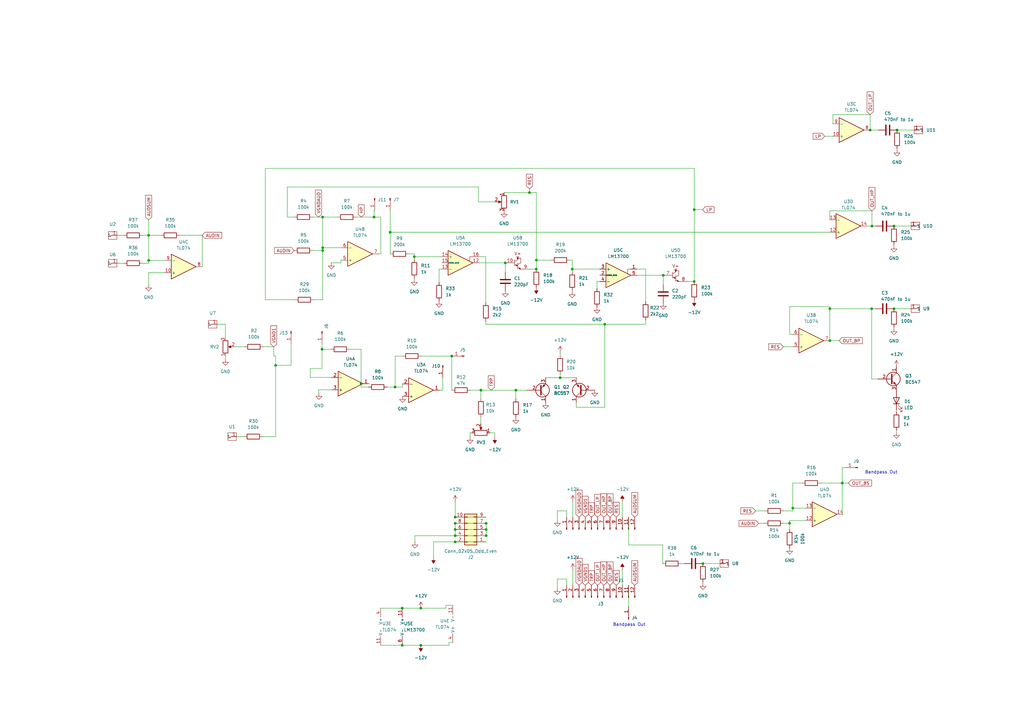
<source format=kicad_sch>
(kicad_sch (version 20250114) (generator "eeschema") (generator_version "9.0")
  (paper "A3")
  (title_block (title "VCF2 by github.com/Fihdi"))
  (lib_symbols
    (symbol "Amplifier_Operational:LM13700" (pin_names (offset 0.127))
      (property "Reference" "U" (at 3.81 5.08 0))
      (property "Value" "LM13700" (at 5.08 -5.08 0))
      (symbol "LM13700_1_1"
        (pin input line (at -7.62 2.54 0) (length 2.54) (name "-") (number "13"))
        (pin input line (at -7.62 0 0) (length 2.54) (name "DIODE_BIAS") (number "15"))
        (pin input line (at -7.62 -2.54 0) (length 2.54) (name "+") (number "14"))
        (pin output line (at 7.62 0 180) (length 2.54) (name "~") (number "12"))
        (pin input line (at 7.62 -2.54 180) (length 2.54) (name "~") (number "16"))
      )
      (symbol "LM13700_2_1"
        (text "V+" (at -2.54 3.81 0) (effects (font (size 1.27 1.27))))
        (pin input line (at -7.62 0 0) (length 3.81) (name "~") (number "10"))
        (pin output line (at 2.54 -2.54 180) (length 3.81) (name "~") (number "9"))
      )
      (symbol "LM13700_3_1"
        (pin input line (at -7.62 2.54 0) (length 2.54) (name "-") (number "4"))
        (pin input line (at -7.62 0 0) (length 2.54) (name "DIODE_BIAS") (number "2"))
        (pin input line (at -7.62 -2.54 0) (length 2.54) (name "+") (number "3"))
        (pin output line (at 7.62 0 180) (length 2.54) (name "~") (number "5"))
        (pin input line (at 7.62 -2.54 180) (length 2.54) (name "~") (number "1"))
      )
      (symbol "LM13700_4_0"
        (text "V+" (at -2.54 3.81 0) (effects (font (size 1.27 1.27))))
      )
      (symbol "LM13700_4_1"
        (pin input line (at -7.62 0 0) (length 3.81) (name "~") (number "7"))
        (pin output line (at 2.54 -2.54 180) (length 3.81) (name "~") (number "8"))
      )
      (symbol "LM13700_5_1"
        (pin power_in line (at -2.54 7.62 270) (length 3.81) (name "V+") (number "11"))
        (pin power_in line (at -2.54 -7.62 90) (length 3.81) (name "V-") (number "6"))
      )
    )
    (symbol "Amplifier_Operational:TL074" (pin_names (offset 0.127))
      (property "Reference" "U" (at 0 5.08 0))
      (property "Value" "TL074" (at 0 -5.08 0))
      (symbol "TL074_1_1"
        (pin input line (at -7.62 2.54 0) (length 2.54) (name "+") (number "3"))
        (pin input line (at -7.62 -2.54 0) (length 2.54) (name "-") (number "2"))
        (pin output line (at 7.62 0 180) (length 2.54) (name "~") (number "1"))
      )
      (symbol "TL074_2_1"
        (pin input line (at -7.62 2.54 0) (length 2.54) (name "+") (number "5"))
        (pin input line (at -7.62 -2.54 0) (length 2.54) (name "-") (number "6"))
        (pin output line (at 7.62 0 180) (length 2.54) (name "~") (number "7"))
      )
      (symbol "TL074_3_1"
        (pin input line (at -7.62 2.54 0) (length 2.54) (name "+") (number "10"))
        (pin input line (at -7.62 -2.54 0) (length 2.54) (name "-") (number "9"))
        (pin output line (at 7.62 0 180) (length 2.54) (name "~") (number "8"))
      )
      (symbol "TL074_4_1"
        (pin input line (at -7.62 2.54 0) (length 2.54) (name "+") (number "12"))
        (pin input line (at -7.62 -2.54 0) (length 2.54) (name "-") (number "13"))
        (pin output line (at 7.62 0 180) (length 2.54) (name "~") (number "14"))
      )
      (symbol "TL074_5_1"
        (pin power_in line (at -2.54 7.62 270) (length 3.81) (name "V+") (number "4"))
        (pin power_in line (at -2.54 -7.62 90) (length 3.81) (name "V-") (number "11"))
      )
    )
    (symbol "Connector:Conn_01x01_Pin" (pin_names (offset 1.016) (hide yes))
      (property "Reference" "J" (at 0 2.54 0))
      (property "Value" "Conn_01x01_Pin" (at 0 -2.54 0))
      (symbol "Conn_01x01_Pin_1_1"
        (pin passive line (at 5.08 0 180) (length 3.81) (name "Pin_1") (number "1"))
      )
    )
    (symbol "Connector:Conn_01x12_Pin" (pin_names (offset 1.016) (hide yes))
      (property "Reference" "J" (at 0 15.24 0))
      (property "Value" "Conn_01x12_Pin" (at 0 -17.78 0))
      (symbol "Conn_01x12_Pin_1_1"
        (pin passive line (at 5.08 12.7 180) (length 3.81) (name "Pin_1") (number "1"))
        (pin passive line (at 5.08 10.16 180) (length 3.81) (name "Pin_2") (number "2"))
        (pin passive line (at 5.08 7.62 180) (length 3.81) (name "Pin_3") (number "3"))
        (pin passive line (at 5.08 5.08 180) (length 3.81) (name "Pin_4") (number "4"))
        (pin passive line (at 5.08 2.54 180) (length 3.81) (name "Pin_5") (number "5"))
        (pin passive line (at 5.08 0 180) (length 3.81) (name "Pin_6") (number "6"))
        (pin passive line (at 5.08 -2.54 180) (length 3.81) (name "Pin_7") (number "7"))
        (pin passive line (at 5.08 -5.08 180) (length 3.81) (name "Pin_8") (number "8"))
        (pin passive line (at 5.08 -7.62 180) (length 3.81) (name "Pin_9") (number "9"))
        (pin passive line (at 5.08 -10.16 180) (length 3.81) (name "Pin_10") (number "10"))
        (pin passive line (at 5.08 -12.7 180) (length 3.81) (name "Pin_11") (number "11"))
        (pin passive line (at 5.08 -15.24 180) (length 3.81) (name "Pin_12") (number "12"))
      )
    )
    (symbol "Connector_Generic:Conn_02x05_Odd_Even" (pin_names (offset 1.016) (hide yes))
      (property "Reference" "J" (at 1.27 7.62 0))
      (property "Value" "Conn_02x05_Odd_Even" (at 1.27 -7.62 0))
      (symbol "Conn_02x05_Odd_Even_1_1"
        (pin passive line (at -5.08 5.08 0) (length 3.81) (name "Pin_1") (number "1"))
        (pin passive line (at -5.08 2.54 0) (length 3.81) (name "Pin_3") (number "3"))
        (pin passive line (at -5.08 0 0) (length 3.81) (name "Pin_5") (number "5"))
        (pin passive line (at -5.08 -2.54 0) (length 3.81) (name "Pin_7") (number "7"))
        (pin passive line (at -5.08 -5.08 0) (length 3.81) (name "Pin_9") (number "9"))
        (pin passive line (at 7.62 5.08 180) (length 3.81) (name "Pin_2") (number "2"))
        (pin passive line (at 7.62 2.54 180) (length 3.81) (name "Pin_4") (number "4"))
        (pin passive line (at 7.62 0 180) (length 3.81) (name "Pin_6") (number "6"))
        (pin passive line (at 7.62 -2.54 180) (length 3.81) (name "Pin_8") (number "8"))
        (pin passive line (at 7.62 -5.08 180) (length 3.81) (name "Pin_10") (number "10"))
      )
    )
    (symbol "Device:C" (pin_numbers (hide yes)) (pin_names (offset 0.254))
      (property "Reference" "C" (at 0.635 2.54 0))
      (property "Value" "C" (at 0.635 -2.54 0))
      (symbol "C_1_1"
        (pin passive line (at 0 3.81 270) (length 2.794) (name "~") (number "1"))
        (pin passive line (at 0 -3.81 90) (length 2.794) (name "~") (number "2"))
      )
    )
    (symbol "Device:LED" (pin_numbers (hide yes)) (pin_names (offset 1.016) (hide yes))
      (property "Reference" "D" (at 0 2.54 0))
      (property "Value" "LED" (at 0 -2.54 0))
      (symbol "LED_1_1"
        (pin passive line (at -3.81 0 0) (length 2.54) (name "K") (number "1"))
        (pin passive line (at 3.81 0 180) (length 2.54) (name "A") (number "2"))
      )
    )
    (symbol "Device:R" (pin_numbers (hide yes)) (pin_names (offset 0))
      (property "Reference" "R" (at 2.032 0 90))
      (property "Value" "R" (at 0 0 90))
      (symbol "R_1_1"
        (pin passive line (at 0 3.81 270) (length 1.27) (name "~") (number "1"))
        (pin passive line (at 0 -3.81 90) (length 1.27) (name "~") (number "2"))
      )
    )
    (symbol "Device:R_Potentiometer" (pin_names (offset 1.016) (hide yes))
      (property "Reference" "RV" (at -4.445 0 90))
      (property "Value" "R_Potentiometer" (at -2.54 0 90))
      (symbol "R_Potentiometer_1_1"
        (pin passive line (at 0 3.81 270) (length 1.27) (name "1") (number "1"))
        (pin passive line (at 0 -3.81 90) (length 1.27) (name "3") (number "3"))
        (pin passive line (at 3.81 0 180) (length 1.27) (name "2") (number "2"))
      )
    )
    (symbol "HEJ:Aux_flush"
      (property "Reference" "U" (at -0.0508 5.3848 0))
      (symbol "Aux_flush_1_1"
        (pin bidirectional line (at 1.7272 0 180) (length 2) (name "1") (number "1"))
      )
    )
    (symbol "Transistor_BJT:BC547" (pin_names (offset 0) (hide yes))
      (property "Reference" "Q" (at 5.08 1.905 0))
      (property "Value" "BC547" (at 5.08 0 0))
      (symbol "BC547_1_1"
        (pin input line (at -5.08 0 0) (length 5.08) (name "B") (number "2"))
        (pin passive line (at 2.54 5.08 270) (length 2.54) (name "C") (number "1"))
        (pin passive line (at 2.54 -5.08 90) (length 2.54) (name "E") (number "3"))
      )
    )
    (symbol "Transistor_BJT:BC557" (pin_names (offset 0) (hide yes))
      (property "Reference" "Q" (at 5.08 1.905 0))
      (property "Value" "BC557" (at 5.08 0 0))
      (symbol "BC557_1_1"
        (pin input line (at -5.08 0 0) (length 5.715) (name "B") (number "2"))
        (pin passive line (at 2.54 5.08 270) (length 2.54) (name "C") (number "1"))
        (pin passive line (at 2.54 -5.08 90) (length 2.54) (name "E") (number "3"))
      )
    )
    (symbol "power:+12V" (power) (pin_names (offset 0))
      (property "Value" "+12V" (at 0 3.556 0))
      (symbol "+12V_1_1"
        (pin power_in line (at 0 0 90) (length 0) (hide yes) (name "+12V") (number "1"))
      )
    )
    (symbol "power:-12V" (power) (pin_names (offset 0))
      (property "Value" "-12V" (at 0 3.81 0))
      (symbol "-12V_0_0"
        (pin power_in line (at 0 0 90) (length 0) (hide yes) (name "-12V") (number "1"))
      )
    )
    (symbol "power:GND" (power) (pin_names (offset 0))
      (property "Value" "GND" (at 0 -3.81 0))
      (symbol "GND_1_1"
        (pin power_in line (at 0 0 270) (length 0) (hide yes) (name "GND") (number "1"))
      )
    )
  )
  (text "Bandpass Out" (at 258.064 256.286 0) (effects (font (size 1.27 1.27))))
  (text "Bandpass Out" (at 361.442 193.802 0) (effects (font (size 1.27 1.27))))
  (junction (at 199.39 217.17))
  (junction (at 164.973 249.428))
  (junction (at 60.96 106.807))
  (junction (at 340.36 139.7))
  (junction (at 323.85 214.63))
  (junction (at 207.264 107.823))
  (junction (at 172.593 249.428))
  (junction (at 345.44 198.12))
  (junction (at 164.973 264.668))
  (junction (at 340.36 126.619))
  (junction (at 132.334 89.027))
  (junction (at 229.743 154.94))
  (junction (at 284.734 85.979))
  (junction (at 186.69 219.71))
  (junction (at 60.96 96.52))
  (junction (at 366.649 92.71))
  (junction (at 132.334 101.6))
  (junction (at 272.034 112.903))
  (junction (at 113.03 149.86))
  (junction (at 284.734 115.443))
  (junction (at 186.69 214.63))
  (junction (at 197.231 160.02))
  (junction (at 234.696 110.363))
  (junction (at 169.926 105.283))
  (junction (at 367.919 53.34))
  (junction (at 219.964 110.363))
  (junction (at 172.593 264.668))
  (junction (at 186.69 217.17))
  (junction (at 162.052 158.75))
  (junction (at 153.416 89.027))
  (junction (at 211.582 160.02))
  (junction (at 366.649 126.619))
  (junction (at 186.69 212.09))
  (junction (at 148.082 157.353))
  (junction (at 160.02 95.25))
  (junction (at 357.632 92.71))
  (junction (at 132.08 143.256))
  (junction (at 288.29 231.14))
  (junction (at 186.69 222.25))
  (junction (at 357.505 126.619))
  (junction (at 185.293 146.05))
  (junction (at 248.031 132.969))
  (junction (at 199.39 219.71))
  (junction (at 199.39 214.63))
  (junction (at 325.12 208.407))
  (junction (at 217.17 78.994))
  (junction (at 356.87 53.34))
  (junction (at 132.334 102.743))
  (junction (at 220.0004 106.68))
  (wire (pts (xy 340.36 139.7) (xy 344.17 139.7)))
  (wire (pts (xy 128.27 89.027) (xy 132.334 89.027)))
  (wire (pts (xy 82.931 96.52) (xy 73.66 96.52)))
  (wire (pts (xy 228.6 241.3) (xy 228.6 237.49)))
  (wire (pts (xy 340.36 126.619) (xy 357.505 126.619)))
  (wire (pts (xy 92.456 132.969) (xy 92.456 138.43)))
  (wire (pts (xy 185.674 248.285) (xy 182.88 248.285)))
  (wire (pts (xy 196.215 76.708) (xy 117.856 76.708)))
  (wire (pts (xy 217.17 78.994) (xy 220.0004 78.994)))
  (wire (pts (xy 340.36 90.17) (xy 340.36 86.487)))
  (wire (pts (xy 199.39 217.17) (xy 199.39 214.63)))
  (wire (pts (xy 323.85 213.487) (xy 323.85 214.63)))
  (wire (pts (xy 127.254 154.813) (xy 136.144 154.813)))
  (wire (pts (xy 233.68 106.68) (xy 234.696 106.68)))
  (wire (pts (xy 236.347 165.1) (xy 236.347 167.005)))
  (wire (pts (xy 169.926 104.14) (xy 169.926 105.283)))
  (wire (pts (xy 220.0004 106.68) (xy 220.0004 78.994)))
  (wire (pts (xy 234.696 110.363) (xy 245.999 110.363)))
  (wire (pts (xy 199.39 217.17) (xy 186.69 217.17)))
  (wire (pts (xy 261.239 112.903) (xy 272.034 112.903)))
  (wire (pts (xy 146.05 89.027) (xy 153.416 89.027)))
  (wire (pts (xy 366.649 100.33) (xy 366.649 100.838)))
  (wire (pts (xy 196.469 105.283) (xy 199.263 105.283)))
  (wire (pts (xy 257.81 223.52) (xy 271.78 223.52)))
  (wire (pts (xy 345.44 198.12) (xy 345.44 210.947)))
  (wire (pts (xy 340.36 126.619) (xy 340.36 139.7)))
  (wire (pts (xy 228.6 209.55) (xy 232.41 209.55)))
  (wire (pts (xy 217.17 77.47) (xy 217.17 78.994)))
  (wire (pts (xy 139.827 107.823) (xy 135.89 107.823)))
  (wire (pts (xy 58.42 107.95) (xy 60.96 107.95)))
  (wire (pts (xy 345.44 210.947) (xy 345.821 210.947)))
  (wire (pts (xy 92.456 132.969) (xy 88.9762 132.969)))
  (wire (pts (xy 196.469 107.823) (xy 207.264 107.823)))
  (wire (pts (xy 220.0004 106.68) (xy 220.0004 110.363)))
  (wire (pts (xy 323.85 213.487) (xy 330.581 213.487)))
  (wire (pts (xy 356.87 53.34) (xy 360.299 53.34)))
  (wire (pts (xy 164.973 249.428) (xy 172.593 249.428)))
  (wire (pts (xy 323.85 125.73) (xy 340.36 125.73)))
  (wire (pts (xy 60.96 96.52) (xy 58.42 96.52)))
  (wire (pts (xy 367.665 177.292) (xy 367.665 176.5253)))
  (wire (pts (xy 357.632 92.71) (xy 359.029 92.71)))
  (wire (pts (xy 167.64 104.14) (xy 169.926 104.14)))
  (wire (pts (xy 244.856 118.364) (xy 244.856 115.443)))
  (wire (pts (xy 284.734 69.088) (xy 284.734 85.979)))
  (wire (pts (xy 217.424 110.363) (xy 219.964 110.363)))
  (wire (pts (xy 169.926 105.283) (xy 181.229 105.283)))
  (wire (pts (xy 248.031 132.969) (xy 248.031 167.005)))
  (wire (pts (xy 127.254 151.13) (xy 132.08 151.13)))
  (wire (pts (xy 47.9552 107.95) (xy 50.8 107.95)))
  (wire (pts (xy 192.786 177.546) (xy 193.421 177.546)))
  (wire (pts (xy 186.69 222.25) (xy 177.8 222.25)))
  (wire (pts (xy 248.031 132.969) (xy 264.795 132.969)))
  (wire (pts (xy 169.926 114.046) (xy 169.926 114.554)))
  (wire (pts (xy 184.15 264.668) (xy 172.593 264.668)))
  (wire (pts (xy 132.334 101.6) (xy 140.081 101.6)))
  (wire (pts (xy 357.505 155.448) (xy 360.045 155.448)))
  (wire (pts (xy 162.052 158.75) (xy 165.1 158.75)))
  (wire (pts (xy 257.81 240.03) (xy 257.81 248.92)))
  (wire (pts (xy 288.29 231.14) (xy 295.3258 231.14)))
  (wire (pts (xy 345.44 191.77) (xy 346.71 191.77)))
  (wire (pts (xy 156.083 249.428) (xy 164.973 249.428)))
  (wire (pts (xy 160.02 86.36) (xy 160.02 95.25)))
  (wire (pts (xy 325.12 208.407) (xy 325.12 198.12)))
  (wire (pts (xy 199.39 214.63) (xy 186.69 214.63)))
  (wire (pts (xy 257.81 212.09) (xy 257.81 223.52)))
  (wire (pts (xy 60.96 106.807) (xy 60.96 96.52)))
  (wire (pts (xy 127.254 154.813) (xy 127.254 151.13)))
  (wire (pts (xy 132.334 102.743) (xy 132.334 122.936)))
  (wire (pts (xy 148.082 157.353) (xy 148.082 143.256)))
  (wire (pts (xy 341.63 46.99) (xy 356.87 46.99)))
  (wire (pts (xy 130.683 159.893) (xy 130.683 161.29)))
  (wire (pts (xy 151.384 157.353) (xy 148.082 157.353)))
  (wire (pts (xy 160.02 95.25) (xy 340.36 95.25)))
  (wire (pts (xy 113.03 146.05) (xy 112.268 146.05)))
  (wire (pts (xy 323.85 137.16) (xy 323.85 125.73)))
  (wire (pts (xy 321.31 214.63) (xy 323.85 214.63)))
  (wire (pts (xy 169.926 105.283) (xy 169.926 106.426)))
  (wire (pts (xy 117.856 76.708) (xy 117.856 89.027)))
  (wire (pts (xy 108.839 69.088) (xy 284.734 69.088)))
  (wire (pts (xy 132.08 151.13) (xy 132.08 143.256)))
  (wire (pts (xy 264.795 123.698) (xy 264.795 110.363)))
  (wire (pts (xy 162.052 146.05) (xy 165.1 146.05)))
  (wire (pts (xy 232.41 209.55) (xy 232.41 212.09)))
  (wire (pts (xy 148.082 158.75) (xy 151.13 158.75)))
  (wire (pts (xy 132.08 140.97) (xy 132.08 143.256)))
  (wire (pts (xy 228.6 213.36) (xy 228.6 209.55)))
  (wire (pts (xy 132.334 89.027) (xy 138.43 89.027)))
  (wire (pts (xy 229.743 153.416) (xy 229.743 154.94)))
  (wire (pts (xy 367.919 60.96) (xy 367.919 61.468)))
  (wire (pts (xy 255.27 233.68) (xy 255.27 240.03)))
  (wire (pts (xy 284.734 85.979) (xy 284.734 115.443)))
  (wire (pts (xy 341.63 50.8) (xy 341.63 46.99)))
  (wire (pts (xy 180.34 160.02) (xy 181.61 160.02)))
  (wire (pts (xy 170.18 219.71) (xy 186.69 219.71)))
  (wire (pts (xy 128.27 102.743) (xy 132.334 102.743)))
  (wire (pts (xy 185.674 263.525) (xy 184.15 263.525)))
  (wire (pts (xy 366.649 134.239) (xy 366.649 134.747)))
  (wire (pts (xy 219.964 110.363) (xy 220.0004 110.363)))
  (wire (pts (xy 153.416 86.36) (xy 153.67 86.36)))
  (wire (pts (xy 60.96 96.52) (xy 66.04 96.52)))
  (wire (pts (xy 182.88 248.285) (xy 182.88 249.428)))
  (wire (pts (xy 165.1 158.75) (xy 165.1 157.48)))
  (wire (pts (xy 366.649 126.619) (xy 373.6848 126.619)))
  (wire (pts (xy 130.683 161.29) (xy 130.81 161.29)))
  (wire (pts (xy 356.87 46.99) (xy 356.87 53.34)))
  (wire (pts (xy 47.9552 96.52) (xy 50.8 96.52)))
  (wire (pts (xy 226.06 106.68) (xy 220.0004 106.68)))
  (wire (pts (xy 197.231 160.02) (xy 211.582 160.02)))
  (wire (pts (xy 234.95 233.68) (xy 234.95 240.03)))
  (wire (pts (xy 153.416 86.36) (xy 153.416 89.027)))
  (wire (pts (xy 96.266 142.24) (xy 100.33 142.24)))
  (wire (pts (xy 92.456 146.05) (xy 92.456 147.32)))
  (wire (pts (xy 199.263 105.283) (xy 199.263 124.079)))
  (wire (pts (xy 132.334 101.6) (xy 132.334 102.743)))
  (wire (pts (xy 148.082 143.256) (xy 143.383 143.256)))
  (wire (pts (xy 156.083 264.668) (xy 164.973 264.668)))
  (wire (pts (xy 309.88 209.55) (xy 313.69 209.55)))
  (wire (pts (xy 311.15 214.63) (xy 313.69 214.63)))
  (wire (pts (xy 234.696 119.126) (xy 234.696 119.634)))
  (wire (pts (xy 199.39 212.09) (xy 186.69 212.09)))
  (wire (pts (xy 184.15 263.525) (xy 184.15 264.668)))
  (wire (pts (xy 172.72 146.05) (xy 185.293 146.05)))
  (wire (pts (xy 234.696 110.363) (xy 234.696 111.506)))
  (wire (pts (xy 60.96 106.807) (xy 67.691 106.807)))
  (wire (pts (xy 229.743 154.94) (xy 236.347 154.94)))
  (wire (pts (xy 228.6 237.49) (xy 232.41 237.49)))
  (wire (pts (xy 357.505 126.619) (xy 359.029 126.619)))
  (wire (pts (xy 177.8 222.25) (xy 177.8 228.6)))
  (wire (pts (xy 156.21 89.027) (xy 156.21 104.14)))
  (wire (pts (xy 232.41 237.49) (xy 232.41 240.03)))
  (wire (pts (xy 197.231 171.069) (xy 197.231 173.736)))
  (wire (pts (xy 288.163 85.979) (xy 284.734 85.979)))
  (wire (pts (xy 202.946 82.804) (xy 196.215 82.804)))
  (wire (pts (xy 323.85 137.16) (xy 325.12 137.16)))
  (wire (pts (xy 211.582 160.02) (xy 211.582 163.576)))
  (wire (pts (xy 132.08 143.256) (xy 135.763 143.256)))
  (wire (pts (xy 345.44 198.12) (xy 345.44 191.77)))
  (wire (pts (xy 181.61 154.94) (xy 181.61 160.02)))
  (wire (pts (xy 282.194 115.443) (xy 284.734 115.443)))
  (wire (pts (xy 60.96 116.84) (xy 60.96 111.887)))
  (wire (pts (xy 202.946 179.324) (xy 202.946 177.546)))
  (wire (pts (xy 216.154 160.02) (xy 211.582 160.02)))
  (wire (pts (xy 180.086 110.363) (xy 181.229 110.363)))
  (wire (pts (xy 158.75 158.75) (xy 162.052 158.75)))
  (wire (pts (xy 121.031 122.936) (xy 108.839 122.936)))
  (wire (pts (xy 357.632 86.487) (xy 357.632 92.71)))
  (wire (pts (xy 255.27 205.74) (xy 255.27 212.09)))
  (wire (pts (xy 140.081 106.68) (xy 139.827 106.68)))
  (wire (pts (xy 355.6 92.71) (xy 357.632 92.71)))
  (wire (pts (xy 186.69 214.63) (xy 186.69 217.17)))
  (wire (pts (xy 186.69 217.17) (xy 186.69 219.71)))
  (wire (pts (xy 279.4 231.14) (xy 280.67 231.14)))
  (wire (pts (xy 119.38 149.86) (xy 119.38 140.97)))
  (wire (pts (xy 186.69 212.09) (xy 186.69 205.74)))
  (wire (pts (xy 366.649 92.71) (xy 373.6848 92.71)))
  (wire (pts (xy 272.034 112.903) (xy 272.034 116.713)))
  (wire (pts (xy 236.347 167.005) (xy 248.031 167.005)))
  (wire (pts (xy 119.38 149.86) (xy 113.03 149.86)))
  (wire (pts (xy 170.18 222.25) (xy 170.18 219.71)))
  (wire (pts (xy 136.144 159.893) (xy 130.683 159.893)))
  (wire (pts (xy 340.36 125.73) (xy 340.36 126.619)))
  (wire (pts (xy 229.743 144.526) (xy 229.743 145.796)))
  (wire (pts (xy 107.696 179.07) (xy 113.03 179.07)))
  (wire (pts (xy 199.263 132.969) (xy 248.031 132.969)))
  (wire (pts (xy 207.264 107.823) (xy 207.264 111.633)))
  (wire (pts (xy 162.052 158.75) (xy 162.052 146.05)))
  (wire (pts (xy 325.12 198.12) (xy 328.93 198.12)))
  (wire (pts (xy 128.651 122.936) (xy 132.334 122.936)))
  (wire (pts (xy 182.88 249.428) (xy 172.593 249.428)))
  (wire (pts (xy 60.96 111.887) (xy 67.691 111.887)))
  (wire (pts (xy 202.946 177.546) (xy 201.041 177.546)))
  (wire (pts (xy 234.95 205.74) (xy 234.95 212.09)))
  (wire (pts (xy 186.69 219.71) (xy 199.39 219.71)))
  (wire (pts (xy 185.293 146.05) (xy 185.293 160.02)))
  (wire (pts (xy 156.21 89.027) (xy 153.416 89.027)))
  (wire (pts (xy 223.774 154.94) (xy 229.743 154.94)))
  (wire (pts (xy 345.44 198.12) (xy 347.98 198.12)))
  (wire (pts (xy 192.913 160.02) (xy 197.231 160.02)))
  (wire (pts (xy 164.973 264.668) (xy 172.593 264.668)))
  (wire (pts (xy 139.827 106.68) (xy 139.827 107.823)))
  (wire (pts (xy 234.696 106.68) (xy 234.696 110.363)))
  (wire (pts (xy 330.581 208.407) (xy 325.12 208.407)))
  (wire (pts (xy 148.082 157.353) (xy 148.082 158.75)))
  (wire (pts (xy 336.55 198.12) (xy 345.44 198.12)))
  (wire (pts (xy 60.96 106.807) (xy 60.96 107.95)))
  (wire (pts (xy 325.12 209.55) (xy 321.31 209.55)))
  (wire (pts (xy 206.756 78.994) (xy 217.17 78.994)))
  (wire (pts (xy 264.795 132.969) (xy 264.795 131.318)))
  (wire (pts (xy 113.03 149.86) (xy 113.03 179.07)))
  (wire (pts (xy 288.29 238.76) (xy 288.29 239.268)))
  (wire (pts (xy 357.505 126.619) (xy 357.505 155.448)))
  (wire (pts (xy 367.919 53.34) (xy 374.9548 53.34)))
  (wire (pts (xy 264.795 110.363) (xy 261.239 110.363)))
  (wire (pts (xy 271.78 223.52) (xy 271.78 231.14)))
  (wire (pts (xy 155.321 104.14) (xy 156.21 104.14)))
  (wire (pts (xy 96.9772 179.07) (xy 100.076 179.07)))
  (wire (pts (xy 199.39 222.25) (xy 186.69 222.25)))
  (wire (pts (xy 113.03 146.05) (xy 113.03 149.86)))
  (wire (pts (xy 160.02 104.14) (xy 160.02 95.25)))
  (wire (pts (xy 367.665 168.9053) (xy 367.665 168.148)))
  (wire (pts (xy 82.931 96.52) (xy 82.931 109.347)))
  (wire (pts (xy 325.12 208.407) (xy 325.12 209.55)))
  (wire (pts (xy 132.334 89.027) (xy 132.334 101.6)))
  (wire (pts (xy 117.856 89.027) (xy 120.65 89.027)))
  (wire (pts (xy 112.268 146.05) (xy 112.268 142.24)))
  (wire (pts (xy 199.263 131.699) (xy 199.263 132.969)))
  (wire (pts (xy 196.215 82.804) (xy 196.215 76.708)))
  (wire (pts (xy 199.39 219.71) (xy 199.39 217.17)))
  (wire (pts (xy 323.85 217.17) (xy 323.85 214.63)))
  (wire (pts (xy 338.201 55.88) (xy 341.63 55.88)))
  (wire (pts (xy 192.786 179.324) (xy 192.786 177.546)))
  (wire (pts (xy 197.231 160.02) (xy 197.231 163.449)))
  (wire (pts (xy 108.839 122.936) (xy 108.839 69.088)))
  (wire (pts (xy 340.36 86.487) (xy 357.632 86.487)))
  (wire (pts (xy 321.31 142.24) (xy 325.12 142.24)))
  (wire (pts (xy 244.856 115.443) (xy 245.999 115.443)))
  (wire (pts (xy 107.95 142.24) (xy 112.268 142.24)))
  (wire (pts (xy 60.96 90.17) (xy 60.96 96.52)))
  (wire (pts (xy 180.086 115.824) (xy 180.086 110.363)))
  (global_label "LP" (shape input) (at 338.201 55.88 180) (property "Intersheetrefs" "${INTERSHEET_REFS}" (effects (hide yes))))
  (global_label "RES" (shape input) (at 217.17 77.47 90) (property "Intersheetrefs" "${INTERSHEET_REFS}" (effects (hide yes))))
  (global_label "OUT_HP" (shape input) (at 357.632 86.5081 90) (property "Intersheetrefs" "${INTERSHEET_REFS}" (effects (hide yes))))
  (global_label "TRP" (shape input) (at 242.57 212.09 90) (property "Intersheetrefs" "${INTERSHEET_REFS}" (effects (hide yes))))
  (global_label "AUDSUM" (shape input) (at 60.96 90.17 90) (property "Intersheetrefs" "${INTERSHEET_REFS}" (effects (hide yes))))
  (global_label "OUT_BS" (shape input) (at 347.98 198.12 0) (property "Intersheetrefs" "${INTERSHEET_REFS}" (effects (hide yes))))
  (global_label "OUT_LP" (shape input) (at 245.11 240.03 90) (property "Intersheetrefs" "${INTERSHEET_REFS}" (effects (hide yes))))
  (global_label "TRP" (shape input) (at 201.4783 160.02 90) (property "Intersheetrefs" "${INTERSHEET_REFS}" (effects (hide yes))))
  (global_label "VGND1" (shape input) (at 112.268 142.24 90) (property "Intersheetrefs" "${INTERSHEET_REFS}" (effects (hide yes))))
  (global_label "VGND1" (shape input) (at 240.03 212.09 90) (property "Intersheetrefs" "${INTERSHEET_REFS}" (effects (hide yes))))
  (global_label "OUT_LP" (shape input) (at 245.11 212.09 90) (property "Intersheetrefs" "${INTERSHEET_REFS}" (effects (hide yes))))
  (global_label "LP" (shape input) (at 288.163 85.979 0) (property "Intersheetrefs" "${INTERSHEET_REFS}" (effects (hide yes))))
  (global_label "AUDSUM" (shape input) (at 260.35 240.03 90) (property "Intersheetrefs" "${INTERSHEET_REFS}" (effects (hide yes))))
  (global_label "HP" (shape input) (at 148.1816 89.027 90) (property "Intersheetrefs" "${INTERSHEET_REFS}" (effects (hide yes))))
  (global_label "VGNDAUD" (shape input) (at 237.49 212.09 90) (property "Intersheetrefs" "${INTERSHEET_REFS}" (effects (hide yes))))
  (global_label "RES" (shape input) (at 252.73 240.03 90) (property "Intersheetrefs" "${INTERSHEET_REFS}" (effects (hide yes))))
  (global_label "OUT_BP" (shape input) (at 250.19 240.03 90) (property "Intersheetrefs" "${INTERSHEET_REFS}" (effects (hide yes))))
  (global_label "AUDSUM" (shape input) (at 260.35 212.09 90) (property "Intersheetrefs" "${INTERSHEET_REFS}" (effects (hide yes))))
  (global_label "RES" (shape input) (at 321.31 142.24 180) (property "Intersheetrefs" "${INTERSHEET_REFS}" (effects (hide yes))))
  (global_label "OUT_LP" (shape input) (at 356.87 46.99 90) (property "Intersheetrefs" "${INTERSHEET_REFS}" (effects (hide yes))))
  (global_label "OUT_BP" (shape input) (at 250.19 212.09 90) (property "Intersheetrefs" "${INTERSHEET_REFS}" (effects (hide yes))))
  (global_label "OUT_HP" (shape input) (at 247.65 240.03 90) (property "Intersheetrefs" "${INTERSHEET_REFS}" (effects (hide yes))))
  (global_label "VGNDAUD" (shape input) (at 130.6306 89.027 90) (property "Intersheetrefs" "${INTERSHEET_REFS}" (effects (hide yes))))
  (global_label "RES" (shape input) (at 309.88 209.55 180) (property "Intersheetrefs" "${INTERSHEET_REFS}" (effects (hide yes))))
  (global_label "AUDIN" (shape input) (at 120.65 102.743 180) (property "Intersheetrefs" "${INTERSHEET_REFS}" (effects (hide yes))))
  (global_label "TRP" (shape input) (at 242.57 240.03 90) (property "Intersheetrefs" "${INTERSHEET_REFS}" (effects (hide yes))))
  (global_label "VGND1" (shape input) (at 240.03 240.03 90) (property "Intersheetrefs" "${INTERSHEET_REFS}" (effects (hide yes))))
  (global_label "OUT_HP" (shape input) (at 247.65 212.09 90) (property "Intersheetrefs" "${INTERSHEET_REFS}" (effects (hide yes))))
  (global_label "AUDIN" (shape input) (at 311.15 214.63 180) (property "Intersheetrefs" "${INTERSHEET_REFS}" (effects (hide yes))))
  (global_label "AUDIN" (shape input) (at 82.931 96.52 0) (property "Intersheetrefs" "${INTERSHEET_REFS}" (effects (hide yes))))
  (global_label "OUT_BP" (shape input) (at 344.17 139.7 0) (property "Intersheetrefs" "${INTERSHEET_REFS}" (effects (hide yes))))
  (global_label "RES" (shape input) (at 252.73 212.09 90) (property "Intersheetrefs" "${INTERSHEET_REFS}" (effects (hide yes))))
  (global_label "VGNDAUD" (shape input) (at 237.49 240.03 90) (property "Intersheetrefs" "${INTERSHEET_REFS}" (effects (hide yes))))
  (symbol (lib_id "Device:R") (at 124.46 102.743 90) (unit 1)
    (property "Reference" "R5" (at 124.46 96.393 90))
    (property "Value" "100k" (at 124.46 98.933 90))
    (property "Footprint" "Resistor_THT:R_Axial_DIN0207_L6.3mm_D2.5mm_P7.62mm_Horizontal" (effects (hide yes)))
  )
  (symbol (lib_id "Connector:Conn_01x12_Pin") (at 245.11 245.11 90) (unit 1)
    (property "Reference" "J3" (at 246.38 247.65 90))
    (property "Value" "Conn_01x12_Pin" (effects (hide yes)))
    (property "Footprint" "Connector_PinHeader_2.54mm:PinHeader_1x12_P2.54mm_Vertical" (effects (hide yes)))
    (property "Description" "Generic connector, single row, 01x12, script generated" (effects (hide yes)))
  )
  (symbol (lib_id "power:-12V") (at 177.8 228.6 180) (unit 1)
    (property "Reference" "#PWR015" (effects (hide yes)))
    (property "Value" "-12V" (at 177.8 233.68 0))
  )
  (symbol (lib_id "power:GND") (at 367.665 177.292 0) (unit 1)
    (property "Reference" "#PWR07" (effects (hide yes)))
    (property "Value" "GND" (at 367.665 182.372 0))
  )
  (symbol (lib_id "HEJ:Aux_flush") (at 46.228 96.52 0) (unit 1)
    (property "Reference" "U2" (at 46.2026 91.948 0))
    (property "Value" "Aux_flush" (effects (hide yes)))
    (property "Footprint" "Library:3mm5 Mono Aux" (effects (hide yes)))
  )
  (symbol (lib_id "Amplifier_Operational:TL074") (at 188.214 255.905 0) (mirror x) (unit 5)
    (property "Reference" "U4" (at 184.404 254.6349 0) (effects (justify right)))
    (property "Value" "TL074" (at 184.404 257.1749 0) (effects (justify right)))
    (property "Footprint" "Package_DIP:DIP-14_W7.62mm" (effects (hide yes)))
    (property "Datasheet" "http://www.ti.com/lit/ds/symlink/tl071.pdf" (effects (hide yes)))
    (property "Description" "Quad Low-Noise JFET-Input Operational Amplifiers, DIP-14/SOIC-14" (effects (hide yes)))
  )
  (symbol (lib_id "Device:R") (at 54.61 107.95 270) (unit 1)
    (property "Reference" "R36" (at 54.61 101.6 90))
    (property "Value" "100k" (at 54.61 104.14 90))
    (property "Footprint" "Resistor_THT:R_Axial_DIN0207_L6.3mm_D2.5mm_P7.62mm_Horizontal" (effects (hide yes)))
  )
  (symbol (lib_id "Device:R") (at 275.59 231.14 270) (unit 1)
    (property "Reference" "R38" (at 275.59 224.79 90))
    (property "Value" "1k" (at 275.59 227.33 90))
    (property "Footprint" "Resistor_THT:R_Axial_DIN0207_L6.3mm_D2.5mm_P7.62mm_Horizontal" (effects (hide yes)))
  )
  (symbol (lib_id "Amplifier_Operational:TL074") (at 172.72 160.02 0) (mirror x) (unit 1)
    (property "Reference" "U3" (at 172.72 149.606 0))
    (property "Value" "TL074" (at 172.72 152.146 0))
    (property "Footprint" "Package_DIP:DIP-14_W7.62mm" (effects (hide yes)))
    (property "Datasheet" "http://www.ti.com/lit/ds/symlink/tl071.pdf" (effects (hide yes)))
  )
  (symbol (lib_id "Device:R") (at 244.856 122.174 180) (unit 1)
    (property "Reference" "R32" (at 247.523 120.904 0) (effects (justify right)))
    (property "Value" "1k" (at 247.523 123.444 0) (effects (justify right)))
    (property "Footprint" "Resistor_THT:R_Axial_DIN0207_L6.3mm_D2.5mm_P7.62mm_Horizontal" (effects (hide yes)))
  )
  (symbol (lib_id "Transistor_BJT:BC557") (at 238.887 160.02 180) (unit 1)
    (property "Reference" "Q2" (at 233.553 158.75 0) (effects (justify left)))
    (property "Value" "BC557" (at 233.553 161.29 0) (effects (justify left)))
    (property "Footprint" "Package_TO_SOT_THT:TO-92_Inline_Wide" (effects (hide yes)))
    (property "Datasheet" "https://www.onsemi.com/pub/Collateral/BC556BTA-D.pdf" (effects (hide yes)))
  )
  (symbol (lib_id "Device:R") (at 366.649 130.429 180) (unit 1)
    (property "Reference" "R24" (at 369.443 129.1589 0) (effects (justify right)))
    (property "Value" "100k" (at 369.443 131.6989 0) (effects (justify right)))
    (property "Footprint" "Resistor_THT:R_Axial_DIN0207_L6.3mm_D2.5mm_P7.62mm_Horizontal" (effects (hide yes)))
  )
  (symbol (lib_id "HEJ:Aux_flush") (at 375.412 126.619 180) (unit 1)
    (property "Reference" "U9" (at 378.587 126.5935 0) (effects (justify right)))
    (property "Value" "Aux_flush" (effects (hide yes)))
    (property "Footprint" "Library:3mm5 Mono Aux" (effects (hide yes)))
  )
  (symbol (lib_id "Device:R") (at 229.743 149.606 180) (unit 1)
    (property "Reference" "R20" (at 232.283 148.336 0) (effects (justify right)))
    (property "Value" "10k" (at 232.283 150.876 0) (effects (justify right)))
    (property "Footprint" "Resistor_THT:R_Axial_DIN0207_L6.3mm_D2.5mm_P7.62mm_Horizontal" (effects (hide yes)))
  )
  (symbol (lib_id "power:GND") (at 211.582 171.196 0) (unit 1)
    (property "Reference" "#PWR0115" (effects (hide yes)))
    (property "Value" "GND" (at 211.582 176.276 0))
  )
  (symbol (lib_id "Device:R") (at 189.103 160.02 270) (mirror x) (unit 1)
    (property "Reference" "R12" (at 189.103 154.686 90))
    (property "Value" "47k" (at 189.103 157.226 90))
    (property "Footprint" "Resistor_THT:R_Axial_DIN0207_L6.3mm_D2.5mm_P7.62mm_Horizontal" (effects (hide yes)))
  )
  (symbol (lib_id "Device:R") (at 323.85 220.98 0) (unit 1)
    (property "Reference" "R34" (at 326.644 220.98 90))
    (property "Value" "100k" (at 329.184 220.98 90))
    (property "Footprint" "Resistor_THT:R_Axial_DIN0207_L6.3mm_D2.5mm_P7.62mm_Horizontal" (effects (hide yes)))
  )
  (symbol (lib_id "Device:R") (at 332.74 198.12 270) (unit 1)
    (property "Reference" "R16" (at 332.74 191.77 90))
    (property "Value" "100k" (at 332.74 194.31 90))
    (property "Footprint" "Resistor_THT:R_Axial_DIN0207_L6.3mm_D2.5mm_P7.62mm_Horizontal" (effects (hide yes)))
  )
  (symbol (lib_id "power:+12V") (at 229.743 144.526 0) (unit 1)
    (property "Reference" "#PWR0118" (effects (hide yes)))
    (property "Value" "+12V" (at 229.743 139.446 0))
  )
  (symbol (lib_id "Amplifier_Operational:TL074") (at 347.98 92.71 0) (mirror x) (unit 4)
    (property "Reference" "U3" (at 347.98 82.677 0))
    (property "Value" "TL074" (at 347.98 85.217 0))
    (property "Footprint" "Package_DIP:DIP-14_W7.62mm" (effects (hide yes)))
    (property "Datasheet" "http://www.ti.com/lit/ds/symlink/tl071.pdf" (effects (hide yes)))
  )
  (symbol (lib_id "Amplifier_Operational:LM13700") (at 167.513 257.048 0) (unit 5)
    (property "Reference" "U5" (at 165.608 255.7779 0) (effects (justify left)))
    (property "Value" "LM13700" (at 165.608 258.3179 0) (effects (justify left)))
    (property "Footprint" "Package_DIP:DIP-16_W7.62mm" (effects (hide yes)))
    (property "Datasheet" "http://www.ti.com/lit/ds/symlink/lm13700.pdf" (effects (hide yes)))
  )
  (symbol (lib_id "power:-12V") (at 284.734 123.063 180) (unit 1)
    (property "Reference" "#PWR0119" (effects (hide yes)))
    (property "Value" "-12V" (at 284.734 128.143 0))
  )
  (symbol (lib_id "Device:C") (at 362.839 126.619 90) (unit 1)
    (property "Reference" "C3" (at 362.839 120.142 90))
    (property "Value" "470nF to 1u" (at 367.411 122.682 90))
    (property "Footprint" "Capacitor_THT:C_Disc_D7.0mm_W2.5mm_P5.00mm" (effects (hide yes)))
  )
  (symbol (lib_id "Device:C") (at 364.109 53.34 90) (unit 1)
    (property "Reference" "C5" (at 364.109 46.482 90))
    (property "Value" "470nF to 1u" (at 368.681 49.022 90))
    (property "Footprint" "Capacitor_THT:C_Disc_D7.0mm_W2.5mm_P5.00mm" (effects (hide yes)))
  )
  (symbol (lib_id "HEJ:Aux_flush") (at 95.25 179.07 0) (unit 1)
    (property "Reference" "U1" (at 95.2246 175.006 0))
    (property "Value" "Aux_flush" (effects (hide yes)))
    (property "Footprint" "Library:3mm5 Mono Aux" (effects (hide yes)))
  )
  (symbol (lib_id "power:GND") (at 180.086 123.444 0) (unit 1)
    (property "Reference" "#PWR0114" (effects (hide yes)))
    (property "Value" "GND" (at 180.086 128.524 0))
  )
  (symbol (lib_id "power:GND") (at 169.926 114.554 0) (unit 1)
    (property "Reference" "#PWR0113" (effects (hide yes)))
    (property "Value" "GND" (at 169.926 119.634 0))
  )
  (symbol (lib_id "HEJ:Aux_flush") (at 376.682 53.34 180) (unit 1)
    (property "Reference" "U11" (at 379.857 53.3145 0) (effects (justify right)))
    (property "Value" "Aux_flush" (effects (hide yes)))
    (property "Footprint" "Library:3mm5 Mono Aux" (effects (hide yes)))
  )
  (symbol (lib_id "Device:R") (at 367.919 57.15 180) (unit 1)
    (property "Reference" "R26" (at 370.713 55.8799 0) (effects (justify right)))
    (property "Value" "100k" (at 370.713 58.4199 0) (effects (justify right)))
    (property "Footprint" "Resistor_THT:R_Axial_DIN0207_L6.3mm_D2.5mm_P7.62mm_Horizontal" (effects (hide yes)))
  )
  (symbol (lib_id "power:-12V") (at 202.946 179.324 180) (unit 1)
    (property "Reference" "#PWR0111" (effects (hide yes)))
    (property "Value" "-12V" (at 202.946 184.404 0))
  )
  (symbol (lib_id "Connector:Conn_01x01_Pin") (at 257.81 254 90) (unit 1)
    (property "Reference" "J4" (at 259.08 253.3649 90) (effects (justify right)))
    (property "Value" "Conn_01x01_Pin" (effects (hide yes)))
    (property "Footprint" "Connector_PinHeader_2.54mm:PinHeader_1x01_P2.54mm_Vertical" (effects (hide yes)))
    (property "Description" "Generic connector, single row, 01x01, script generated" (effects (hide yes)))
  )
  (symbol (lib_id "power:GND") (at 234.696 119.634 0) (unit 1)
    (property "Reference" "#PWR0123" (effects (hide yes)))
    (property "Value" "GND" (at 234.696 124.714 0))
  )
  (symbol (lib_id "Device:C") (at 272.034 120.523 0) (unit 1)
    (property "Reference" "C2" (at 275.59 119.2529 0) (effects (justify left)))
    (property "Value" "220pF" (at 275.59 121.7929 0) (effects (justify left)))
    (property "Footprint" "Capacitor_THT:C_Disc_D7.0mm_W2.5mm_P5.00mm" (effects (hide yes)))
  )
  (symbol (lib_id "Device:R") (at 211.582 167.386 180) (unit 1)
    (property "Reference" "R17" (at 214.376 166.1159 0) (effects (justify right)))
    (property "Value" "1k" (at 214.376 168.6559 0) (effects (justify right)))
    (property "Footprint" "Resistor_THT:R_Axial_DIN0207_L6.3mm_D2.5mm_P7.62mm_Horizontal" (effects (hide yes)))
  )
  (symbol (lib_id "power:GND") (at 170.18 222.25 0) (unit 1)
    (property "Reference" "#PWR014" (effects (hide yes)))
    (property "Value" "GND" (at 170.18 227.33 0))
  )
  (symbol (lib_id "power:GND") (at 323.85 224.79 0) (unit 1)
    (property "Reference" "#PWR011" (effects (hide yes)))
    (property "Value" "GND" (at 323.85 229.87 0))
  )
  (symbol (lib_id "Device:R") (at 366.649 96.52 180) (unit 1)
    (property "Reference" "R25" (at 369.443 95.2499 0) (effects (justify right)))
    (property "Value" "100k" (at 369.443 97.7899 0) (effects (justify right)))
    (property "Footprint" "Resistor_THT:R_Axial_DIN0207_L6.3mm_D2.5mm_P7.62mm_Horizontal" (effects (hide yes)))
  )
  (symbol (lib_id "Transistor_BJT:BC547") (at 365.125 155.448 0) (unit 1)
    (property "Reference" "Q3" (at 371.221 154.178 0) (effects (justify left)))
    (property "Value" "BC547" (at 371.221 156.718 0) (effects (justify left)))
    (property "Footprint" "Package_TO_SOT_THT:TO-92L_Inline_Wide" (effects (hide yes)))
    (property "Datasheet" "https://www.onsemi.com/pub/Collateral/BC550-D.pdf" (effects (hide yes)))
  )
  (symbol (lib_id "Device:R") (at 317.5 214.63 270) (unit 1)
    (property "Reference" "R14" (at 317.5 217.424 90))
    (property "Value" "100k" (at 317.5 219.964 90))
    (property "Footprint" "Resistor_THT:R_Axial_DIN0207_L6.3mm_D2.5mm_P7.62mm_Horizontal" (effects (hide yes)))
  )
  (symbol (lib_id "power:GND") (at 130.81 161.29 0) (unit 1)
    (property "Reference" "#PWR0102" (effects (hide yes)))
    (property "Value" "GND" (at 130.81 166.37 0))
  )
  (symbol (lib_id "power:GND") (at 192.786 179.324 0) (unit 1)
    (property "Reference" "#PWR0110" (effects (hide yes)))
    (property "Value" "GND" (at 192.786 184.404 0))
  )
  (symbol (lib_id "Amplifier_Operational:TL074") (at 147.701 104.14 0) (mirror x) (unit 2)
    (property "Reference" "U4" (at 147.701 93.98 0))
    (property "Value" "TL074" (at 147.701 96.52 0))
    (property "Footprint" "Package_DIP:DIP-14_W7.62mm" (effects (hide yes)))
    (property "Datasheet" "http://www.ti.com/lit/ds/symlink/tl071.pdf" (effects (hide yes)))
    (property "Description" "Quad Low-Noise JFET-Input Operational Amplifiers, DIP-14/SOIC-14" (effects (hide yes)))
  )
  (symbol (lib_id "power:+12V") (at 172.593 249.428 0) (unit 1)
    (property "Reference" "#PWR0103" (effects (hide yes)))
    (property "Value" "+12V" (at 172.593 244.348 0))
  )
  (symbol (lib_id "Device:R") (at 104.14 142.24 90) (unit 1)
    (property "Reference" "R2" (at 104.14 135.636 90))
    (property "Value" "100k" (at 104.14 138.176 90))
    (property "Footprint" "Resistor_THT:R_Axial_DIN0207_L6.3mm_D2.5mm_P7.62mm_Horizontal" (effects (hide yes)))
  )
  (symbol (lib_id "HEJ:Aux_flush") (at 297.053 231.14 180) (unit 1)
    (property "Reference" "U8" (at 300.228 231.1145 0) (effects (justify right)))
    (property "Value" "Aux_flush" (effects (hide yes)))
    (property "Footprint" "Library:3mm5 Mono Aux" (effects (hide yes)))
  )
  (symbol (lib_id "Amplifier_Operational:LM13700") (at 253.619 112.903 0) (mirror x) (unit 3)
    (property "Reference" "U5" (at 253.619 102.616 0))
    (property "Value" "LM13700" (at 253.619 105.156 0))
    (property "Footprint" "Package_DIP:DIP-16_W7.62mm" (effects (hide yes)))
    (property "Datasheet" "http://www.ti.com/lit/ds/symlink/lm13700.pdf" (effects (hide yes)))
  )
  (symbol (lib_id "Device:R") (at 124.46 89.027 90) (unit 1)
    (property "Reference" "R4" (at 124.46 82.423 90))
    (property "Value" "100k" (at 124.46 84.963 90))
    (property "Footprint" "Resistor_THT:R_Axial_DIN0207_L6.3mm_D2.5mm_P7.62mm_Horizontal" (effects (hide yes)))
  )
  (symbol (lib_id "power:-12V") (at 255.27 233.68 0) (unit 1)
    (property "Reference" "#PWR03" (effects (hide yes)))
    (property "Value" "-12V" (at 255.27 228.6 0))
  )
  (symbol (lib_id "HEJ:Aux_flush") (at 87.249 132.969 0) (unit 1)
    (property "Reference" "U7" (at 87.2236 128.397 0))
    (property "Value" "Aux_flush" (effects (hide yes)))
    (property "Footprint" "Library:3mm5 Mono Aux" (effects (hide yes)))
  )
  (symbol (lib_id "Device:C") (at 362.839 92.71 90) (unit 1)
    (property "Reference" "C4" (at 362.839 85.217 90))
    (property "Value" "470nF to 1u" (at 367.411 87.757 90))
    (property "Footprint" "Capacitor_THT:C_Disc_D7.0mm_W2.5mm_P5.00mm" (effects (hide yes)))
  )
  (symbol (lib_id "HEJ:Aux_flush") (at 46.228 107.95 0) (unit 1)
    (property "Reference" "U6" (at 46.2026 104.394 0))
    (property "Value" "Aux_flush" (effects (hide yes)))
    (property "Footprint" "Library:3mm5 Mono Aux" (effects (hide yes)))
  )
  (symbol (lib_id "power:GND") (at 206.756 86.614 0) (unit 1)
    (property "Reference" "#PWR010" (effects (hide yes)))
    (property "Value" "GND" (at 206.756 91.694 0))
  )
  (symbol (lib_id "Device:R") (at 284.734 119.253 180) (unit 1)
    (property "Reference" "R23" (at 287.528 117.9829 0) (effects (justify right)))
    (property "Value" "100k" (at 287.528 120.5229 0) (effects (justify right)))
    (property "Footprint" "Resistor_THT:R_Axial_DIN0207_L6.3mm_D2.5mm_P7.62mm_Horizontal" (effects (hide yes)))
  )
  (symbol (lib_id "Connector:Conn_01x12_Pin") (at 245.11 217.17 90) (unit 1)
    (property "Reference" "J1" (at 254.762 237.998 90))
    (property "Value" "Conn_01x12_Pin" (effects (hide yes)))
    (property "Footprint" "Connector_PinHeader_2.54mm:PinHeader_1x12_P2.54mm_Vertical" (effects (hide yes)))
    (property "Description" "Generic connector, single row, 01x12, script generated" (effects (hide yes)))
  )
  (symbol (lib_id "Connector:Conn_01x01_Pin") (at 181.61 149.86 270) (unit 1)
    (property "Reference" "J10" (at 177.038 150.114 90) (effects (justify left)))
    (property "Value" "Conn_01x01_Pin" (effects (hide yes)))
    (property "Footprint" "Connector_PinHeader_2.54mm:PinHeader_1x01_P2.54mm_Vertical" (effects (hide yes)))
    (property "Description" "Generic connector, single row, 01x01, script generated" (effects (hide yes)))
  )
  (symbol (lib_id "Connector:Conn_01x01_Pin") (at 119.38 135.89 270) (unit 1)
    (property "Reference" "J13" (at 118.11 136.5251 90) (effects (justify right)))
    (property "Value" "Conn_01x01_Pin" (effects (hide yes)))
    (property "Footprint" "Connector_PinHeader_2.54mm:PinHeader_1x01_P2.54mm_Vertical" (effects (hide yes)))
    (property "Description" "Generic connector, single row, 01x01, script generated" (effects (hide yes)))
  )
  (symbol (lib_id "Connector:Conn_01x01_Pin") (at 190.373 146.05 180) (unit 1)
    (property "Reference" "J5" (at 189.738 143.51 0))
    (property "Value" "Conn_01x01_Pin" (effects (hide yes)))
    (property "Footprint" "Connector_PinHeader_2.54mm:PinHeader_1x01_P2.54mm_Vertical" (effects (hide yes)))
    (property "Description" "Generic connector, single row, 01x01, script generated" (effects (hide yes)))
  )
  (symbol (lib_id "Amplifier_Operational:TL074") (at 75.311 109.347 0) (mirror x) (unit 3)
    (property "Reference" "U4" (at 75.311 99.187 0))
    (property "Value" "TL074" (at 75.311 101.727 0))
    (property "Footprint" "Package_DIP:DIP-14_W7.62mm" (effects (hide yes)))
    (property "Datasheet" "http://www.ti.com/lit/ds/symlink/tl071.pdf" (effects (hide yes)))
    (property "Description" "Quad Low-Noise JFET-Input Operational Amplifiers, DIP-14/SOIC-14" (effects (hide yes)))
  )
  (symbol (lib_id "Connector:Conn_01x01_Pin") (at 153.67 81.28 270) (unit 1)
    (property "Reference" "J11" (at 154.94 81.9149 90) (effects (justify left)))
    (property "Value" "Conn_01x01_Pin" (effects (hide yes)))
    (property "Footprint" "Connector_PinHeader_2.54mm:PinHeader_1x01_P2.54mm_Vertical" (effects (hide yes)))
    (property "Description" "Generic connector, single row, 01x01, script generated" (effects (hide yes)))
  )
  (symbol (lib_id "power:GND") (at 60.96 116.84 0) (unit 1)
    (property "Reference" "#PWR012" (effects (hide yes)))
    (property "Value" "GND" (at 60.96 121.92 0))
  )
  (symbol (lib_id "Device:R") (at 317.5 209.55 270) (unit 1)
    (property "Reference" "R1" (at 317.5 203.2 90))
    (property "Value" "100k" (at 317.5 205.74 90))
    (property "Footprint" "Resistor_THT:R_Axial_DIN0207_L6.3mm_D2.5mm_P7.62mm_Horizontal" (effects (hide yes)))
  )
  (symbol (lib_id "Connector_Generic:Conn_02x05_Odd_Even") (at 194.31 217.17 180) (unit 1)
    (property "Reference" "J2" (at 193.04 228.6 0))
    (property "Value" "Conn_02x05_Odd_Even" (at 193.04 226.06 0))
    (property "Footprint" "Connector_PinHeader_2.54mm:PinHeader_2x05_P2.54mm_Vertical" (effects (hide yes)))
    (property "Description" "Generic connector, double row, 02x05, odd/even pin numbering scheme (row 1 odd numbers, row 2 even numbers), script generated (kicad-library-utils/schlib/autogen/connector/)" (effects (hide yes)))
  )
  (symbol (lib_id "Device:R_Potentiometer") (at 206.756 82.804 0) (mirror y) (unit 1)
    (property "Reference" "RV1" (at 209.169 82.8039 0) (effects (justify right)))
    (property "Value" "R_Potentiometer" (effects (hide yes)))
    (property "Footprint" "Library:AlpsPot" (effects (hide yes)))
    (property "Description" "Potentiometer" (effects (hide yes)))
  )
  (symbol (lib_id "Connector:Conn_01x01_Pin") (at 132.08 135.89 270) (unit 1)
    (property "Reference" "J6" (at 133.858 133.858 0))
    (property "Value" "Conn_01x01_Pin" (effects (hide yes)))
    (property "Footprint" "Connector_PinHeader_2.54mm:PinHeader_1x01_P2.54mm_Vertical" (effects (hide yes)))
    (property "Description" "Generic connector, single row, 01x01, script generated" (effects (hide yes)))
  )
  (symbol (lib_id "Device:R_Potentiometer") (at 197.231 177.546 270) (mirror x) (unit 1)
    (property "Reference" "RV3" (at 197.231 181.483 90))
    (property "Value" "R_Potentiometer" (effects (hide yes)))
    (property "Footprint" "Library:AlpsPot" (effects (hide yes)))
    (property "Description" "Potentiometer" (effects (hide yes)))
  )
  (symbol (lib_id "Device:R") (at 69.85 96.52 270) (unit 1)
    (property "Reference" "R35" (at 69.85 90.17 90))
    (property "Value" "100k" (at 69.85 92.71 90))
    (property "Footprint" "Resistor_THT:R_Axial_DIN0207_L6.3mm_D2.5mm_P7.62mm_Horizontal" (effects (hide yes)))
  )
  (symbol (lib_id "power:-12V") (at 172.593 264.668 180) (unit 1)
    (property "Reference" "#PWR0104" (effects (hide yes)))
    (property "Value" "-12V" (at 172.593 269.748 0))
  )
  (symbol (lib_id "power:GND") (at 366.649 100.838 0) (unit 1)
    (property "Reference" "#PWR0107" (effects (hide yes)))
    (property "Value" "GND" (at 366.649 105.918 0))
  )
  (symbol (lib_id "Device:R") (at 197.231 167.259 180) (unit 1)
    (property "Reference" "R13" (at 199.263 165.989 0) (effects (justify right)))
    (property "Value" "10k" (at 199.263 168.529 0) (effects (justify right)))
    (property "Footprint" "Resistor_THT:R_Axial_DIN0207_L6.3mm_D2.5mm_P7.62mm_Horizontal" (effects (hide yes)))
  )
  (symbol (lib_id "Device:R") (at 54.61 96.52 270) (unit 1)
    (property "Reference" "R37" (at 54.61 90.17 90))
    (property "Value" "100k" (at 54.61 92.71 90))
    (property "Footprint" "Resistor_THT:R_Axial_DIN0207_L6.3mm_D2.5mm_P7.62mm_Horizontal" (effects (hide yes)))
  )
  (symbol (lib_id "Device:R") (at 142.24 89.027 90) (unit 1)
    (property "Reference" "R7" (at 142.24 82.423 90))
    (property "Value" "100k" (at 142.24 84.963 90))
    (property "Footprint" "Resistor_THT:R_Axial_DIN0207_L6.3mm_D2.5mm_P7.62mm_Horizontal" (effects (hide yes)))
  )
  (symbol (lib_id "Connector:Conn_01x01_Pin") (at 351.79 191.77 180) (unit 1)
    (property "Reference" "J9" (at 351.155 189.23 0))
    (property "Value" "Conn_01x01_Pin" (effects (hide yes)))
    (property "Footprint" "Connector_PinHeader_2.54mm:PinHeader_1x01_P2.54mm_Vertical" (effects (hide yes)))
    (property "Description" "Generic connector, single row, 01x01, script generated" (effects (hide yes)))
  )
  (symbol (lib_id "power:GND") (at 135.89 107.823 0) (unit 1)
    (property "Reference" "#PWR0112" (effects (hide yes)))
    (property "Value" "GND" (at 135.89 112.903 0))
  )
  (symbol (lib_id "Device:R") (at 229.87 106.68 90) (unit 1)
    (property "Reference" "R19" (at 229.87 100.33 90))
    (property "Value" "200k" (at 229.87 102.87 90))
    (property "Footprint" "Resistor_THT:R_Axial_DIN0207_L6.3mm_D2.5mm_P7.62mm_Horizontal" (effects (hide yes)))
  )
  (symbol (lib_id "Device:R") (at 124.841 122.936 90) (unit 1)
    (property "Reference" "R29" (at 124.841 116.586 90))
    (property "Value" "100k" (at 124.841 119.126 90))
    (property "Footprint" "Resistor_THT:R_Axial_DIN0207_L6.3mm_D2.5mm_P7.62mm_Horizontal" (effects (hide yes)))
  )
  (symbol (lib_id "power:+12V") (at 186.69 205.74 0) (unit 1)
    (property "Reference" "#PWR05" (effects (hide yes)))
    (property "Value" "+12V" (at 186.69 200.66 0))
  )
  (symbol (lib_id "Device:R") (at 169.926 110.236 180) (unit 1)
    (property "Reference" "R11" (at 172.593 108.966 0) (effects (justify right)))
    (property "Value" "1k" (at 172.593 111.506 0) (effects (justify right)))
    (property "Footprint" "Resistor_THT:R_Axial_DIN0207_L6.3mm_D2.5mm_P7.62mm_Horizontal" (effects (hide yes)))
  )
  (symbol (lib_id "power:GND") (at 228.6 213.36 0) (unit 1)
    (property "Reference" "#PWR04" (effects (hide yes)))
    (property "Value" "GND" (at 228.6 218.44 0))
  )
  (symbol (lib_id "power:GND") (at 367.919 61.468 0) (unit 1)
    (property "Reference" "#PWR0109" (effects (hide yes)))
    (property "Value" "GND" (at 367.919 66.548 0))
  )
  (symbol (lib_id "Device:R") (at 199.263 127.889 180) (unit 1)
    (property "Reference" "R15" (at 201.93 126.6189 0) (effects (justify right)))
    (property "Value" "2k2" (at 201.93 129.1589 0) (effects (justify right)))
    (property "Footprint" "Resistor_THT:R_Axial_DIN0207_L6.3mm_D2.5mm_P7.62mm_Horizontal" (effects (hide yes)))
  )
  (symbol (lib_id "Device:R") (at 219.964 114.173 180) (unit 1)
    (property "Reference" "R18" (at 222.758 112.9029 0) (effects (justify right)))
    (property "Value" "100k" (at 222.758 115.4429 0) (effects (justify right)))
    (property "Footprint" "Resistor_THT:R_Axial_DIN0207_L6.3mm_D2.5mm_P7.62mm_Horizontal" (effects (hide yes)))
  )
  (symbol (lib_id "Device:R_Potentiometer") (at 92.456 142.24 0) (mirror x) (unit 1)
    (property "Reference" "RV2" (at 89.916 142.2401 0) (effects (justify right)))
    (property "Value" "R_Potentiometer" (effects (hide yes)))
    (property "Footprint" "Library:AlpsPot" (effects (hide yes)))
    (property "Description" "Potentiometer" (effects (hide yes)))
  )
  (symbol (lib_id "Device:R") (at 139.573 143.256 90) (unit 1)
    (property "Reference" "R6" (at 139.573 136.652 90))
    (property "Value" "100k" (at 139.573 139.192 90))
    (property "Footprint" "Resistor_THT:R_Axial_DIN0207_L6.3mm_D2.5mm_P7.62mm_Horizontal" (effects (hide yes)))
  )
  (symbol (lib_id "Device:C") (at 284.48 231.14 90) (unit 1)
    (property "Reference" "C6" (at 284.48 224.663 90))
    (property "Value" "470nF to 1u" (at 289.052 227.203 90))
    (property "Footprint" "Capacitor_THT:C_Disc_D9.0mm_W5.0mm_P5.00mm" (effects (hide yes)))
  )
  (symbol (lib_id "Device:R") (at 103.886 179.07 90) (unit 1)
    (property "Reference" "R30" (at 103.886 172.72 90))
    (property "Value" "100k" (at 103.886 175.26 90))
    (property "Footprint" "Resistor_THT:R_Axial_DIN0207_L6.3mm_D2.5mm_P7.62mm_Horizontal" (effects (hide yes)))
  )
  (symbol (lib_id "Device:R") (at 234.696 115.316 180) (unit 1)
    (property "Reference" "R21" (at 237.363 114.046 0) (effects (justify right)))
    (property "Value" "1k" (at 237.363 116.586 0) (effects (justify right)))
    (property "Footprint" "Resistor_THT:R_Axial_DIN0207_L6.3mm_D2.5mm_P7.62mm_Horizontal" (effects (hide yes)))
  )
  (symbol (lib_id "power:GND") (at 244.856 125.984 0) (unit 1)
    (property "Reference" "#PWR0124" (effects (hide yes)))
    (property "Value" "GND" (at 244.856 131.064 0))
  )
  (symbol (lib_id "power:-12V") (at 219.964 117.983 180) (unit 1)
    (property "Reference" "#PWR0121" (effects (hide yes)))
    (property "Value" "-12V" (at 219.964 123.063 0))
  )
  (symbol (lib_id "power:GND") (at 223.774 165.1 0) (unit 1)
    (property "Reference" "#PWR0116" (effects (hide yes)))
    (property "Value" "GND" (at 223.774 170.18 0))
  )
  (symbol (lib_id "Device:C") (at 207.264 115.443 0) (unit 1)
    (property "Reference" "C1" (at 210.82 114.1729 0) (effects (justify left)))
    (property "Value" "220pF" (at 210.82 116.7129 0) (effects (justify left)))
    (property "Footprint" "Capacitor_THT:C_Disc_D7.0mm_W2.5mm_P5.00mm" (effects (hide yes)))
  )
  (symbol (lib_id "Transistor_BJT:BC557") (at 221.234 160.02 0) (mirror x) (unit 1)
    (property "Reference" "Q1" (at 227.203 158.75 0) (effects (justify left)))
    (property "Value" "BC557" (at 227.203 161.29 0) (effects (justify left)))
    (property "Footprint" "Package_TO_SOT_THT:TO-92_Inline_Wide" (effects (hide yes)))
    (property "Datasheet" "https://www.onsemi.com/pub/Collateral/BC556BTA-D.pdf" (effects (hide yes)))
  )
  (symbol (lib_id "power:+12V") (at 234.95 205.74 0) (unit 1)
    (property "Reference" "#PWR06" (effects (hide yes)))
    (property "Value" "+12V" (at 234.95 200.66 0))
  )
  (symbol (lib_id "power:GND") (at 228.6 241.3 0) (unit 1)
    (property "Reference" "#PWR01" (effects (hide yes)))
    (property "Value" "GND" (at 228.6 246.38 0))
  )
  (symbol (lib_id "Device:R") (at 367.665 172.7153 180) (unit 1)
    (property "Reference" "R3" (at 370.459 171.4452 0) (effects (justify right)))
    (property "Value" "1k" (at 370.459 173.9852 0) (effects (justify right)))
    (property "Footprint" "Resistor_THT:R_Axial_DIN0207_L6.3mm_D2.5mm_P7.62mm_Horizontal" (effects (hide yes)))
  )
  (symbol (lib_id "Device:R") (at 180.086 119.634 180) (unit 1)
    (property "Reference" "R33" (at 182.753 118.364 0) (effects (justify right)))
    (property "Value" "1k" (at 182.753 120.904 0) (effects (justify right)))
    (property "Footprint" "Resistor_THT:R_Axial_DIN0207_L6.3mm_D2.5mm_P7.62mm_Horizontal" (effects (hide yes)))
  )
  (symbol (lib_id "power:+12V") (at 234.95 233.68 0) (unit 1)
    (property "Reference" "#PWR02" (effects (hide yes)))
    (property "Value" "+12V" (at 234.95 228.6 0))
  )
  (symbol (lib_id "Amplifier_Operational:TL074") (at 332.74 139.7 0) (mirror x) (unit 2)
    (property "Reference" "U3" (at 332.74 129.286 0))
    (property "Value" "TL074" (at 332.74 131.826 0))
    (property "Footprint" "Package_DIP:DIP-14_W7.62mm" (effects (hide yes)))
    (property "Datasheet" "http://www.ti.com/lit/ds/symlink/tl071.pdf" (effects (hide yes)))
  )
  (symbol (lib_id "power:GND") (at 92.456 147.32 0) (unit 1)
    (property "Reference" "#PWR0106" (effects (hide yes)))
    (property "Value" "GND" (at 92.456 152.4 0))
  )
  (symbol (lib_id "Amplifier_Operational:LM13700") (at 279.654 112.903 0) (unit 4)
    (property "Reference" "U5" (at 277.114 102.616 0))
    (property "Value" "LM13700" (at 277.114 105.156 0))
    (property "Footprint" "Package_DIP:DIP-16_W7.62mm" (effects (hide yes)))
    (property "Datasheet" "http://www.ti.com/lit/ds/symlink/lm13700.pdf" (effects (hide yes)))
  )
  (symbol (lib_id "Amplifier_Operational:TL074") (at 153.543 257.048 0) (mirror y) (unit 5)
    (property "Reference" "U3" (at 156.718 255.7779 0) (effects (justify right)))
    (property "Value" "TL074" (at 156.718 258.3179 0) (effects (justify right)))
    (property "Footprint" "Package_DIP:DIP-14_W7.62mm" (effects (hide yes)))
    (property "Datasheet" "http://www.ti.com/lit/ds/symlink/tl071.pdf" (effects (hide yes)))
  )
  (symbol (lib_id "Amplifier_Operational:LM13700") (at 188.849 107.823 0) (mirror x) (unit 1)
    (property "Reference" "U5" (at 188.849 97.536 0))
    (property "Value" "LM13700" (at 188.849 100.076 0))
    (property "Footprint" "Package_DIP:DIP-16_W7.62mm" (effects (hide yes)))
    (property "Datasheet" "http://www.ti.com/lit/ds/symlink/lm13700.pdf" (effects (hide yes)))
  )
  (symbol (lib_id "Device:R") (at 288.29 234.95 180) (unit 1)
    (property "Reference" "R27" (at 291.084 233.6799 0) (effects (justify right)))
    (property "Value" "100k" (at 291.084 236.2199 0) (effects (justify right)))
    (property "Footprint" "Resistor_THT:R_Axial_DIN0207_L6.3mm_D2.5mm_P7.62mm_Horizontal" (effects (hide yes)))
  )
  (symbol (lib_id "power:-12V") (at 255.27 205.74 0) (unit 1)
    (property "Reference" "#PWR016" (effects (hide yes)))
    (property "Value" "-12V" (at 255.27 200.66 0))
  )
  (symbol (lib_id "Amplifier_Operational:LM13700") (at 214.884 107.823 0) (unit 2)
    (property "Reference" "U5" (at 212.344 97.536 0))
    (property "Value" "LM13700" (at 212.344 100.076 0))
    (property "Footprint" "Package_DIP:DIP-16_W7.62mm" (effects (hide yes)))
    (property "Datasheet" "http://www.ti.com/lit/ds/symlink/lm13700.pdf" (effects (hide yes)))
  )
  (symbol (lib_id "Amplifier_Operational:TL074") (at 338.201 210.947 0) (mirror x) (unit 4)
    (property "Reference" "U4" (at 338.201 200.787 0))
    (property "Value" "TL074" (at 338.201 203.327 0))
    (property "Footprint" "Package_DIP:DIP-14_W7.62mm" (effects (hide yes)))
    (property "Datasheet" "http://www.ti.com/lit/ds/symlink/tl071.pdf" (effects (hide yes)))
    (property "Description" "Quad Low-Noise JFET-Input Operational Amplifiers, DIP-14/SOIC-14" (effects (hide yes)))
  )
  (symbol (lib_id "power:GND") (at 272.034 124.333 0) (unit 1)
    (property "Reference" "#PWR0122" (effects (hide yes)))
    (property "Value" "GND" (at 272.034 129.413 0))
  )
  (symbol (lib_id "Device:R") (at 154.94 158.75 90) (unit 1)
    (property "Reference" "R8" (at 154.94 152.4 90))
    (property "Value" "100k" (at 154.94 154.94 90))
    (property "Footprint" "Resistor_THT:R_Axial_DIN0207_L6.3mm_D2.5mm_P7.62mm_Horizontal" (effects (hide yes)))
  )
  (symbol (lib_id "Device:LED") (at 367.665 164.338 90) (unit 1)
    (property "Reference" "D1" (at 370.84 164.6554 90) (effects (justify right)))
    (property "Value" "LED" (at 370.84 167.1954 90) (effects (justify right)))
    (property "Footprint" "LED_THT:LED_D3.0mm" (effects (hide yes)))
  )
  (symbol (lib_id "power:GND") (at 243.967 160.02 0) (unit 1)
    (property "Reference" "#PWR0117" (effects (hide yes)))
    (property "Value" "GND" (at 243.967 165.1 0))
  )
  (symbol (lib_id "power:GND") (at 207.264 119.253 0) (unit 1)
    (property "Reference" "#PWR0120" (effects (hide yes)))
    (property "Value" "GND" (at 207.264 124.333 0))
  )
  (symbol (lib_id "HEJ:Aux_flush") (at 375.412 92.71 180) (unit 1)
    (property "Reference" "U10" (at 378.587 92.6845 0) (effects (justify right)))
    (property "Value" "Aux_flush" (effects (hide yes)))
    (property "Footprint" "Library:3mm5 Mono Aux" (effects (hide yes)))
  )
  (symbol (lib_id "Device:R") (at 264.795 127.508 180) (unit 1)
    (property "Reference" "R22" (at 266.573 126.238 0) (effects (justify right)))
    (property "Value" "2k2" (at 266.573 128.778 0) (effects (justify right)))
    (property "Footprint" "Resistor_THT:R_Axial_DIN0207_L6.3mm_D2.5mm_P7.62mm_Horizontal" (effects (hide yes)))
  )
  (symbol (lib_id "Device:R") (at 163.83 104.14 90) (unit 1)
    (property "Reference" "R9" (at 163.83 97.79 90))
    (property "Value" "200k" (at 163.83 100.33 90))
    (property "Footprint" "Resistor_THT:R_Axial_DIN0207_L6.3mm_D2.5mm_P7.62mm_Horizontal" (effects (hide yes)))
  )
  (symbol (lib_id "Connector:Conn_01x01_Pin") (at 160.02 81.28 270) (unit 1)
    (property "Reference" "J7" (at 161.29 81.9149 90) (effects (justify left)))
    (property "Value" "Conn_01x01_Pin" (effects (hide yes)))
    (property "Footprint" "Connector_PinHeader_2.54mm:PinHeader_1x01_P2.54mm_Vertical" (effects (hide yes)))
    (property "Description" "Generic connector, single row, 01x01, script generated" (effects (hide yes)))
  )
  (symbol (lib_id "Amplifier_Operational:TL074") (at 349.25 53.34 0) (mirror x) (unit 3)
    (property "Reference" "U3" (at 349.25 42.672 0))
    (property "Value" "TL074" (at 349.25 45.212 0))
    (property "Footprint" "Package_DIP:DIP-14_W7.62mm" (effects (hide yes)))
    (property "Datasheet" "http://www.ti.com/lit/ds/symlink/tl071.pdf" (effects (hide yes)))
  )
  (symbol (lib_id "Device:R") (at 168.91 146.05 90) (unit 1)
    (property "Reference" "R10" (at 168.91 139.7 90))
    (property "Value" "100k" (at 168.91 142.24 90))
    (property "Footprint" "Resistor_THT:R_Axial_DIN0207_L6.3mm_D2.5mm_P7.62mm_Horizontal" (effects (hide yes)))
  )
  (symbol (lib_id "power:GND") (at 165.1 162.56 0) (unit 1)
    (property "Reference" "#PWR0101" (effects (hide yes)))
    (property "Value" "GND" (at 165.1 167.64 0))
  )
  (symbol (lib_id "Amplifier_Operational:TL074") (at 143.764 157.353 0) (mirror x) (unit 1)
    (property "Reference" "U4" (at 143.764 147.193 0))
    (property "Value" "TL074" (at 143.764 149.733 0))
    (property "Footprint" "Package_DIP:DIP-14_W7.62mm" (effects (hide yes)))
    (property "Datasheet" "http://www.ti.com/lit/ds/symlink/tl071.pdf" (effects (hide yes)))
    (property "Description" "Quad Low-Noise JFET-Input Operational Amplifiers, DIP-14/SOIC-14" (effects (hide yes)))
  )
  (symbol (lib_id "power:+12V") (at 367.665 150.368 0) (unit 1)
    (property "Reference" "#PWR08" (effects (hide yes)))
    (property "Value" "+12V" (at 367.665 145.288 0))
  )
  (symbol (lib_id "power:GND") (at 366.649 134.747 0) (unit 1)
    (property "Reference" "#PWR0108" (effects (hide yes)))
    (property "Value" "GND" (at 366.649 139.827 0))
  )
  (symbol (lib_id "power:GND") (at 288.29 239.268 0) (unit 1)
    (property "Reference" "#PWR013" (effects (hide yes)))
    (property "Value" "GND" (at 288.29 244.348 0))
  )
)
</source>
